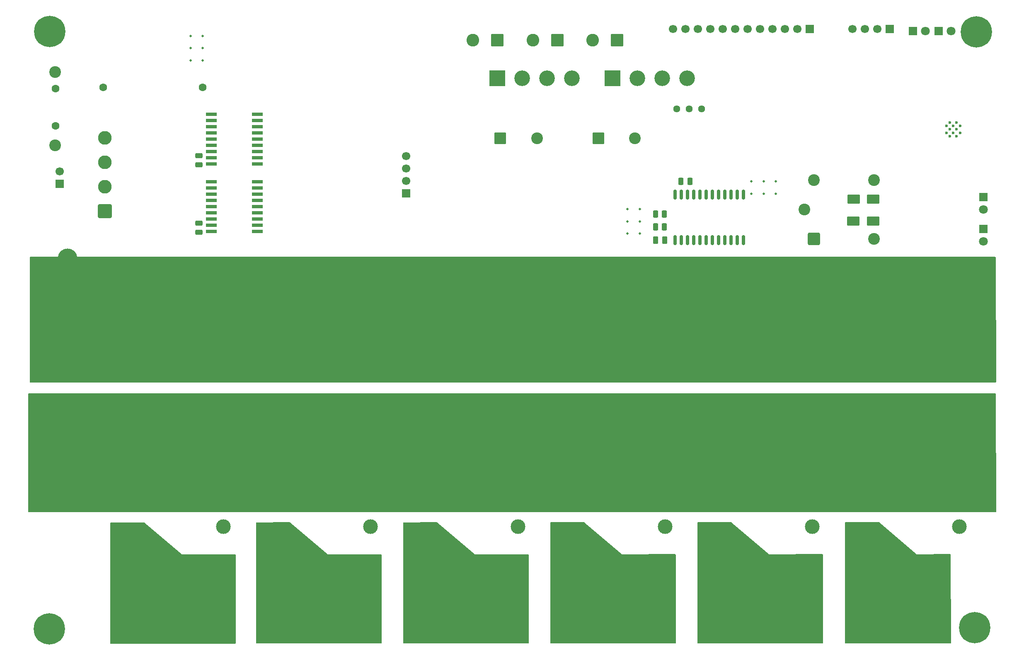
<source format=gbr>
%TF.GenerationSoftware,KiCad,Pcbnew,9.0.5*%
%TF.CreationDate,2025-10-18T22:02:24+01:00*%
%TF.ProjectId,Smart Home Energy Management System,536d6172-7420-4486-9f6d-6520456e6572,rev?*%
%TF.SameCoordinates,Original*%
%TF.FileFunction,Soldermask,Bot*%
%TF.FilePolarity,Negative*%
%FSLAX46Y46*%
G04 Gerber Fmt 4.6, Leading zero omitted, Abs format (unit mm)*
G04 Created by KiCad (PCBNEW 9.0.5) date 2025-10-18 22:02:24*
%MOMM*%
%LPD*%
G01*
G04 APERTURE LIST*
G04 Aperture macros list*
%AMRoundRect*
0 Rectangle with rounded corners*
0 $1 Rounding radius*
0 $2 $3 $4 $5 $6 $7 $8 $9 X,Y pos of 4 corners*
0 Add a 4 corners polygon primitive as box body*
4,1,4,$2,$3,$4,$5,$6,$7,$8,$9,$2,$3,0*
0 Add four circle primitives for the rounded corners*
1,1,$1+$1,$2,$3*
1,1,$1+$1,$4,$5*
1,1,$1+$1,$6,$7*
1,1,$1+$1,$8,$9*
0 Add four rect primitives between the rounded corners*
20,1,$1+$1,$2,$3,$4,$5,0*
20,1,$1+$1,$4,$5,$6,$7,0*
20,1,$1+$1,$6,$7,$8,$9,0*
20,1,$1+$1,$8,$9,$2,$3,0*%
G04 Aperture macros list end*
%ADD10C,3.000000*%
%ADD11RoundRect,0.500000X0.500000X-0.500000X0.500000X0.500000X-0.500000X0.500000X-0.500000X-0.500000X0*%
%ADD12C,2.000000*%
%ADD13C,0.500000*%
%ADD14R,1.800000X1.800000*%
%ADD15C,1.800000*%
%ADD16R,1.700000X1.700000*%
%ADD17C,1.700000*%
%ADD18C,6.400000*%
%ADD19C,2.400000*%
%ADD20C,10.000000*%
%ADD21C,1.600000*%
%ADD22RoundRect,0.250000X1.050000X1.050000X-1.050000X1.050000X-1.050000X-1.050000X1.050000X-1.050000X0*%
%ADD23C,2.600000*%
%ADD24R,3.200000X3.200000*%
%ADD25C,3.200000*%
%ADD26RoundRect,0.250001X-0.949999X-0.949999X0.949999X-0.949999X0.949999X0.949999X-0.949999X0.949999X0*%
%ADD27RoundRect,0.250001X1.149999X-1.149999X1.149999X1.149999X-1.149999X1.149999X-1.149999X-1.149999X0*%
%ADD28C,2.800000*%
%ADD29C,8.000000*%
%ADD30C,1.440000*%
%ADD31C,4.000000*%
%ADD32RoundRect,0.250000X1.000000X-1.000000X1.000000X1.000000X-1.000000X1.000000X-1.000000X-1.000000X0*%
%ADD33C,0.600000*%
%ADD34RoundRect,0.269000X0.269000X0.494000X-0.269000X0.494000X-0.269000X-0.494000X0.269000X-0.494000X0*%
%ADD35RoundRect,0.269000X0.494000X-0.269000X0.494000X0.269000X-0.494000X0.269000X-0.494000X-0.269000X0*%
%ADD36RoundRect,0.267317X0.280683X0.470683X-0.280683X0.470683X-0.280683X-0.470683X0.280683X-0.470683X0*%
%ADD37RoundRect,0.260556X-1.027444X-0.677444X1.027444X-0.677444X1.027444X0.677444X-1.027444X0.677444X0*%
%ADD38RoundRect,0.070000X-1.000000X0.300000X-1.000000X-0.300000X1.000000X-0.300000X1.000000X0.300000X0*%
%ADD39RoundRect,0.267317X-0.280683X-0.470683X0.280683X-0.470683X0.280683X0.470683X-0.280683X0.470683X0*%
%ADD40RoundRect,0.150000X-0.150000X0.875000X-0.150000X-0.875000X0.150000X-0.875000X0.150000X0.875000X0*%
G04 APERTURE END LIST*
D10*
%TO.C,K8*%
X232194000Y-114187000D03*
X241094000Y-129387000D03*
X223294000Y-139527000D03*
X223294000Y-131927000D03*
D11*
X237294000Y-116727000D03*
D12*
X227094000Y-116727000D03*
%TD*%
D13*
%TO.C,U2*%
X86470000Y-34090000D03*
X86470000Y-31590000D03*
X86470000Y-29090000D03*
X83970000Y-34090000D03*
X83970000Y-31590000D03*
X83970000Y-29090000D03*
%TD*%
D14*
%TO.C,D17*%
X245980000Y-68580000D03*
D15*
X245980000Y-71120000D03*
%TD*%
D14*
%TO.C,D4*%
X236816000Y-28065000D03*
D15*
X239356000Y-28065000D03*
%TD*%
D10*
%TO.C,K4*%
X172024331Y-79599062D03*
X180924331Y-94799062D03*
X163124331Y-104939062D03*
X163124331Y-97339062D03*
D11*
X177124331Y-82139062D03*
D12*
X166924331Y-82139062D03*
%TD*%
D10*
%TO.C,K11*%
X141955200Y-114187000D03*
X150855200Y-129387000D03*
X133055200Y-139527000D03*
X133055200Y-131927000D03*
D11*
X147055200Y-116727000D03*
D12*
X136855200Y-116727000D03*
%TD*%
D16*
%TO.C,J19*%
X210463000Y-27642500D03*
D17*
X207923000Y-27642500D03*
X205383000Y-27642500D03*
X202843000Y-27642500D03*
X200303000Y-27642500D03*
X197763000Y-27642500D03*
X195223000Y-27642500D03*
X192683000Y-27642500D03*
X190143000Y-27642500D03*
X187603000Y-27642500D03*
X185063000Y-27642500D03*
X182523000Y-27642500D03*
%TD*%
D10*
%TO.C,K5*%
X141942550Y-79559705D03*
X150842550Y-94759705D03*
X133042550Y-104899705D03*
X133042550Y-97299705D03*
D11*
X147042550Y-82099705D03*
D12*
X136842550Y-82099705D03*
%TD*%
D18*
%TO.C,REF\u002A\u002A*%
X244490000Y-28220000D03*
%TD*%
D19*
%TO.C,C8*%
X56350000Y-36475000D03*
X56350000Y-51475000D03*
%TD*%
D18*
%TO.C,REF\u002A\u002A*%
X55210000Y-28140000D03*
%TD*%
D10*
%TO.C,K10*%
X172034800Y-114187000D03*
X180934800Y-129387000D03*
X163134800Y-139527000D03*
X163134800Y-131927000D03*
D11*
X177134800Y-116727000D03*
D12*
X166934800Y-116727000D03*
%TD*%
D20*
%TO.C,J2*%
X58725000Y-118125000D03*
%TD*%
D21*
%TO.C,R14*%
X86430000Y-39600000D03*
X66110000Y-39600000D03*
%TD*%
D14*
%TO.C,D1*%
X231546000Y-28050000D03*
D15*
X234086000Y-28050000D03*
%TD*%
D22*
%TO.C,XFORMER_OUT1*%
X171107000Y-29922500D03*
D23*
X166107000Y-29922500D03*
%TD*%
D24*
%TO.C,D9*%
X170175000Y-37695000D03*
D25*
X175255000Y-37695000D03*
X180335000Y-37695000D03*
X185415000Y-37695000D03*
%TD*%
D26*
%TO.C,C9*%
X147272220Y-50000000D03*
D19*
X154772220Y-50000000D03*
%TD*%
D27*
%TO.C,J6*%
X66516098Y-64936807D03*
D28*
X66516098Y-59936807D03*
X66516098Y-54936807D03*
X66516098Y-49936807D03*
%TD*%
D10*
%TO.C,K3*%
X202106422Y-79589474D03*
X211006422Y-94789474D03*
X193206422Y-104929474D03*
X193206422Y-97329474D03*
D11*
X207206422Y-82129474D03*
D12*
X197006422Y-82129474D03*
%TD*%
D18*
%TO.C,REF\u002A\u002A*%
X244210000Y-150090000D03*
%TD*%
D10*
%TO.C,K7*%
X81843890Y-79576737D03*
X90743890Y-94776737D03*
X72943890Y-104916737D03*
X72943890Y-97316737D03*
D11*
X86943890Y-82116737D03*
D12*
X76743890Y-82116737D03*
%TD*%
D29*
%TO.C,J22*%
X173120000Y-148000000D03*
%TD*%
%TO.C,J20*%
X232800000Y-148000000D03*
%TD*%
D10*
%TO.C,K6*%
X111817862Y-79576737D03*
X120717862Y-94776737D03*
X102917862Y-104916737D03*
X102917862Y-97316737D03*
D11*
X116917862Y-82116737D03*
D12*
X106717862Y-82116737D03*
%TD*%
D30*
%TO.C,RV1*%
X183340000Y-44030000D03*
X185880000Y-44030000D03*
X188420000Y-44030000D03*
%TD*%
D16*
%TO.C,J3*%
X57225000Y-59350000D03*
D17*
X57225000Y-56810000D03*
%TD*%
D13*
%TO.C,U1*%
X175750000Y-69500000D03*
X175750000Y-67000000D03*
X175750000Y-64500000D03*
X173250000Y-69500000D03*
X173250000Y-67000000D03*
X173250000Y-64500000D03*
%TD*%
D29*
%TO.C,J23*%
X143280000Y-148000000D03*
%TD*%
D31*
%TO.C,J10*%
X58850000Y-74525000D03*
%TD*%
D29*
%TO.C,J25*%
X83600000Y-148000000D03*
%TD*%
D18*
%TO.C,REF\u002A\u002A*%
X55170000Y-150360000D03*
%TD*%
D24*
%TO.C,D8*%
X146695000Y-37695000D03*
D25*
X151775000Y-37695000D03*
X156855000Y-37695000D03*
X161935000Y-37695000D03*
%TD*%
D20*
%TO.C,J1*%
X58725000Y-90850000D03*
%TD*%
D10*
%TO.C,K12*%
X111875600Y-114187000D03*
X120775600Y-129387000D03*
X102975600Y-139527000D03*
X102975600Y-131927000D03*
D11*
X116975600Y-116727000D03*
D12*
X106775600Y-116727000D03*
%TD*%
D14*
%TO.C,D16*%
X245980000Y-62070000D03*
D15*
X245980000Y-64610000D03*
%TD*%
D22*
%TO.C,XFORMER_IN*%
X158900000Y-29922500D03*
D23*
X153900000Y-29922500D03*
%TD*%
D19*
%TO.C,K1*%
X209380000Y-64590000D03*
X223580000Y-58590000D03*
X223580000Y-70590000D03*
D32*
X211380000Y-70590000D03*
D19*
X211380000Y-58590000D03*
%TD*%
D16*
%TO.C,J14*%
X226870000Y-27650000D03*
D17*
X224330000Y-27650000D03*
X221790000Y-27650000D03*
X219250000Y-27650000D03*
%TD*%
D13*
%TO.C,U4*%
X198590000Y-61350000D03*
X201090000Y-61350000D03*
X203590000Y-61350000D03*
X198590000Y-58850000D03*
X201090000Y-58850000D03*
X203590000Y-58850000D03*
%TD*%
D22*
%TO.C,XFORMER_OUT2*%
X146693000Y-29922500D03*
D23*
X141693000Y-29922500D03*
%TD*%
D29*
%TO.C,J21*%
X202960000Y-148000000D03*
%TD*%
%TO.C,J24*%
X113440000Y-148000000D03*
%TD*%
D26*
%TO.C,C10*%
X167272220Y-50000000D03*
D19*
X174772220Y-50000000D03*
%TD*%
D10*
%TO.C,K2*%
X232326329Y-79595347D03*
X241226329Y-94795347D03*
X223426329Y-104935347D03*
X223426329Y-97335347D03*
D11*
X237426329Y-82135347D03*
D12*
X227226329Y-82135347D03*
%TD*%
D10*
%TO.C,K9*%
X202114400Y-114187000D03*
X211014400Y-129387000D03*
X193214400Y-139527000D03*
X193214400Y-131927000D03*
D11*
X207214400Y-116727000D03*
D12*
X197014400Y-116727000D03*
%TD*%
D21*
%TO.C,R13*%
X56388000Y-39878000D03*
X56388000Y-47498000D03*
%TD*%
D10*
%TO.C,K13*%
X81796000Y-114187000D03*
X90696000Y-129387000D03*
X72896000Y-139527000D03*
X72896000Y-131927000D03*
D11*
X86896000Y-116727000D03*
D12*
X76696000Y-116727000D03*
%TD*%
D33*
%TO.C,U3*%
X240505000Y-46770000D03*
X239105000Y-46770000D03*
X241205000Y-47470000D03*
X239805000Y-47470000D03*
X238405000Y-47470000D03*
X240505000Y-48170000D03*
X239105000Y-48170000D03*
X241205000Y-48870000D03*
X239805000Y-48870000D03*
X238405000Y-48870000D03*
X240505000Y-49570000D03*
X239105000Y-49570000D03*
%TD*%
D16*
%TO.C,J11*%
X128031200Y-61258200D03*
D17*
X128031200Y-58718200D03*
X128031200Y-56178200D03*
X128031200Y-53638200D03*
%TD*%
D34*
%TO.C,C17*%
X180870000Y-70840000D03*
X178970000Y-70840000D03*
%TD*%
D35*
%TO.C,C23*%
X85675000Y-69225000D03*
X85675000Y-67325000D03*
%TD*%
D36*
%TO.C,R15*%
X180810000Y-68165000D03*
X178990000Y-68165000D03*
%TD*%
D37*
%TO.C,D30*%
X219488000Y-62484000D03*
X223488000Y-62484000D03*
%TD*%
D38*
%TO.C,Q4*%
X97600000Y-58870000D03*
X97600000Y-60140000D03*
X97600000Y-61410000D03*
X97600000Y-62680000D03*
X97600000Y-63950000D03*
X97600000Y-65220000D03*
X97600000Y-66490000D03*
X97600000Y-67760000D03*
X97600000Y-69030000D03*
X88200000Y-69030000D03*
X88200000Y-67760000D03*
X88200000Y-66490000D03*
X88200000Y-65220000D03*
X88200000Y-63950000D03*
X88200000Y-62680000D03*
X88200000Y-61410000D03*
X88200000Y-60140000D03*
X88200000Y-58870000D03*
%TD*%
D36*
%TO.C,R16*%
X180810000Y-65540000D03*
X178990000Y-65540000D03*
%TD*%
D39*
%TO.C,R17*%
X184185000Y-58785000D03*
X186005000Y-58785000D03*
%TD*%
D40*
%TO.C,U6*%
X182940000Y-61540000D03*
X184210000Y-61540000D03*
X185480000Y-61540000D03*
X186750000Y-61540000D03*
X188020000Y-61540000D03*
X189290000Y-61540000D03*
X190560000Y-61540000D03*
X191830000Y-61540000D03*
X193100000Y-61540000D03*
X194370000Y-61540000D03*
X195640000Y-61540000D03*
X196910000Y-61540000D03*
X196910000Y-70840000D03*
X195640000Y-70840000D03*
X194370000Y-70840000D03*
X193100000Y-70840000D03*
X191830000Y-70840000D03*
X190560000Y-70840000D03*
X189290000Y-70840000D03*
X188020000Y-70840000D03*
X186750000Y-70840000D03*
X185480000Y-70840000D03*
X184210000Y-70840000D03*
X182940000Y-70840000D03*
%TD*%
D37*
%TO.C,D15*%
X219418400Y-66903600D03*
X223418400Y-66903600D03*
%TD*%
D38*
%TO.C,Q3*%
X97600000Y-45095000D03*
X97600000Y-46365000D03*
X97600000Y-47635000D03*
X97600000Y-48905000D03*
X97600000Y-50175000D03*
X97600000Y-51445000D03*
X97600000Y-52715000D03*
X97600000Y-53985000D03*
X97600000Y-55255000D03*
X88200000Y-55255000D03*
X88200000Y-53985000D03*
X88200000Y-52715000D03*
X88200000Y-51445000D03*
X88200000Y-50175000D03*
X88200000Y-48905000D03*
X88200000Y-47635000D03*
X88200000Y-46365000D03*
X88200000Y-45095000D03*
%TD*%
D35*
%TO.C,C24*%
X85675000Y-55450000D03*
X85675000Y-53550000D03*
%TD*%
G36*
X134339106Y-128545462D02*
G01*
X134352562Y-128555408D01*
X142053988Y-135095795D01*
X152924657Y-135061689D01*
X152991758Y-135081163D01*
X153037678Y-135133823D01*
X153049046Y-135185430D01*
X153086464Y-153187026D01*
X153066919Y-153254106D01*
X153014210Y-153299971D01*
X152962464Y-153311284D01*
X127528133Y-153311284D01*
X127461094Y-153291599D01*
X127415339Y-153238795D01*
X127404133Y-153187139D01*
X127432873Y-128664502D01*
X127452636Y-128597485D01*
X127505494Y-128551792D01*
X127556601Y-128540647D01*
X134272023Y-128525924D01*
X134339106Y-128545462D01*
G37*
G36*
X248455934Y-102169685D02*
G01*
X248501689Y-102222489D01*
X248512895Y-102273694D01*
X248572283Y-126325694D01*
X248552764Y-126392782D01*
X248500073Y-126438667D01*
X248448283Y-126450000D01*
X50924000Y-126450000D01*
X50856961Y-126430315D01*
X50811206Y-126377511D01*
X50800000Y-126326000D01*
X50800000Y-102274000D01*
X50819685Y-102206961D01*
X50872489Y-102161206D01*
X50924000Y-102150000D01*
X248388895Y-102150000D01*
X248455934Y-102169685D01*
G37*
G36*
X248440943Y-74269685D02*
G01*
X248486698Y-74322489D01*
X248497904Y-74373694D01*
X248560749Y-99825694D01*
X248541230Y-99892782D01*
X248488539Y-99938667D01*
X248436749Y-99950000D01*
X51244000Y-99950000D01*
X51176961Y-99930315D01*
X51131206Y-99877511D01*
X51120000Y-99826000D01*
X51120000Y-74374000D01*
X51139685Y-74306961D01*
X51192489Y-74261206D01*
X51244000Y-74250000D01*
X248373904Y-74250000D01*
X248440943Y-74269685D01*
G37*
G36*
X74514480Y-128609112D02*
G01*
X74527935Y-128619058D01*
X82200000Y-135134511D01*
X93070669Y-135100405D01*
X93137770Y-135119879D01*
X93183690Y-135172539D01*
X93195058Y-135224146D01*
X93232476Y-153225742D01*
X93212931Y-153292822D01*
X93160222Y-153338687D01*
X93108476Y-153350000D01*
X67674000Y-153350000D01*
X67606961Y-153330315D01*
X67561206Y-153277511D01*
X67550000Y-153226000D01*
X67550000Y-128728363D01*
X67569685Y-128661324D01*
X67622489Y-128615569D01*
X67673729Y-128604363D01*
X74447397Y-128589574D01*
X74514480Y-128609112D01*
G37*
G36*
X194471211Y-128527751D02*
G01*
X194484667Y-128537697D01*
X202186093Y-135078084D01*
X213056762Y-135043978D01*
X213123863Y-135063452D01*
X213169783Y-135116112D01*
X213181151Y-135167719D01*
X213218569Y-153169315D01*
X213199024Y-153236395D01*
X213146315Y-153282260D01*
X213094569Y-153293573D01*
X187660238Y-153293573D01*
X187593199Y-153273888D01*
X187547444Y-153221084D01*
X187536238Y-153169428D01*
X187564978Y-128646791D01*
X187584741Y-128579774D01*
X187637599Y-128534081D01*
X187688706Y-128522936D01*
X194404128Y-128508213D01*
X194471211Y-128527751D01*
G37*
G36*
X224584304Y-128519282D02*
G01*
X224597760Y-128529228D01*
X232299186Y-135069615D01*
X239193217Y-135047986D01*
X239260318Y-135067460D01*
X239306238Y-135120120D01*
X239317606Y-135171727D01*
X239354998Y-153160846D01*
X239335453Y-153227926D01*
X239282744Y-153273791D01*
X239230998Y-153285104D01*
X217773331Y-153285104D01*
X217706292Y-153265419D01*
X217660537Y-153212615D01*
X217649331Y-153160959D01*
X217678071Y-128638322D01*
X217697834Y-128571305D01*
X217750692Y-128525612D01*
X217801799Y-128514467D01*
X224517221Y-128499744D01*
X224584304Y-128519282D01*
G37*
G36*
X104281118Y-128554544D02*
G01*
X104294574Y-128564490D01*
X111996000Y-135104877D01*
X122866669Y-135070771D01*
X122933770Y-135090245D01*
X122979690Y-135142905D01*
X122991058Y-135194512D01*
X123028476Y-153196108D01*
X123008931Y-153263188D01*
X122956222Y-153309053D01*
X122904476Y-153320366D01*
X97470145Y-153320366D01*
X97403106Y-153300681D01*
X97357351Y-153247877D01*
X97346145Y-153196221D01*
X97374885Y-128673584D01*
X97394648Y-128606567D01*
X97447506Y-128560874D01*
X97498613Y-128549729D01*
X104214035Y-128535006D01*
X104281118Y-128554544D01*
G37*
G36*
X164399770Y-128536575D02*
G01*
X164413226Y-128546521D01*
X172114652Y-135086908D01*
X182985321Y-135052802D01*
X183052422Y-135072276D01*
X183098342Y-135124936D01*
X183109710Y-135176543D01*
X183147128Y-153178139D01*
X183127583Y-153245219D01*
X183074874Y-153291084D01*
X183023128Y-153302397D01*
X157588797Y-153302397D01*
X157521758Y-153282712D01*
X157476003Y-153229908D01*
X157464797Y-153178252D01*
X157493537Y-128655615D01*
X157513300Y-128588598D01*
X157566158Y-128542905D01*
X157617265Y-128531760D01*
X164332687Y-128517037D01*
X164399770Y-128536575D01*
G37*
M02*

</source>
